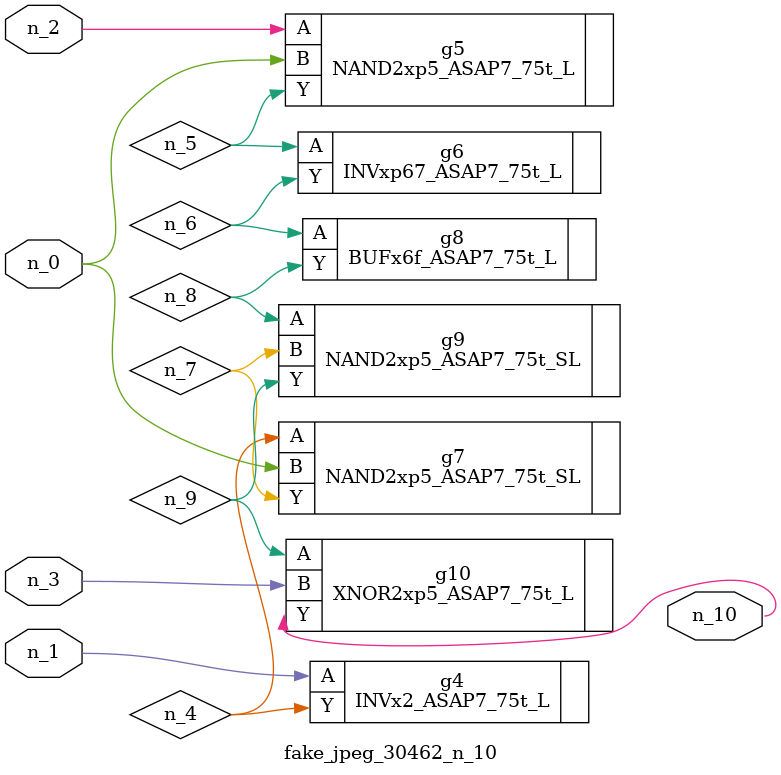
<source format=v>
module fake_jpeg_30462_n_10 (n_0, n_3, n_2, n_1, n_10);

input n_0;
input n_3;
input n_2;
input n_1;

output n_10;

wire n_4;
wire n_8;
wire n_9;
wire n_6;
wire n_5;
wire n_7;

INVx2_ASAP7_75t_L g4 ( 
.A(n_1),
.Y(n_4)
);

NAND2xp5_ASAP7_75t_L g5 ( 
.A(n_2),
.B(n_0),
.Y(n_5)
);

INVxp67_ASAP7_75t_L g6 ( 
.A(n_5),
.Y(n_6)
);

BUFx6f_ASAP7_75t_L g8 ( 
.A(n_6),
.Y(n_8)
);

NAND2xp5_ASAP7_75t_SL g7 ( 
.A(n_4),
.B(n_0),
.Y(n_7)
);

NAND2xp5_ASAP7_75t_SL g9 ( 
.A(n_8),
.B(n_7),
.Y(n_9)
);

XNOR2xp5_ASAP7_75t_L g10 ( 
.A(n_9),
.B(n_3),
.Y(n_10)
);


endmodule
</source>
